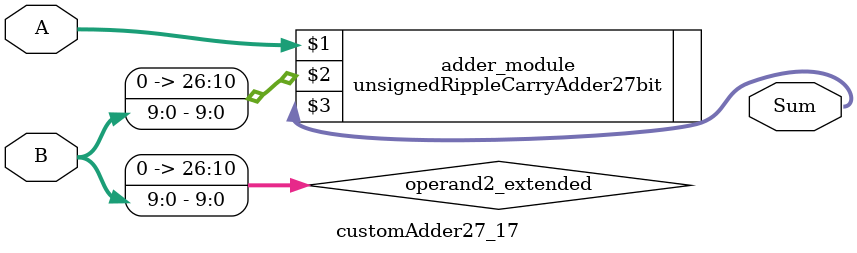
<source format=v>

module customAdder27_17(
                    input [26 : 0] A,
                    input [9 : 0] B,
                    
                    output [27 : 0] Sum
            );

    wire [26 : 0] operand2_extended;
    
    assign operand2_extended =  {17'b0, B};
    
    unsignedRippleCarryAdder27bit adder_module(
        A,
        operand2_extended,
        Sum
    );
    
endmodule
        
</source>
